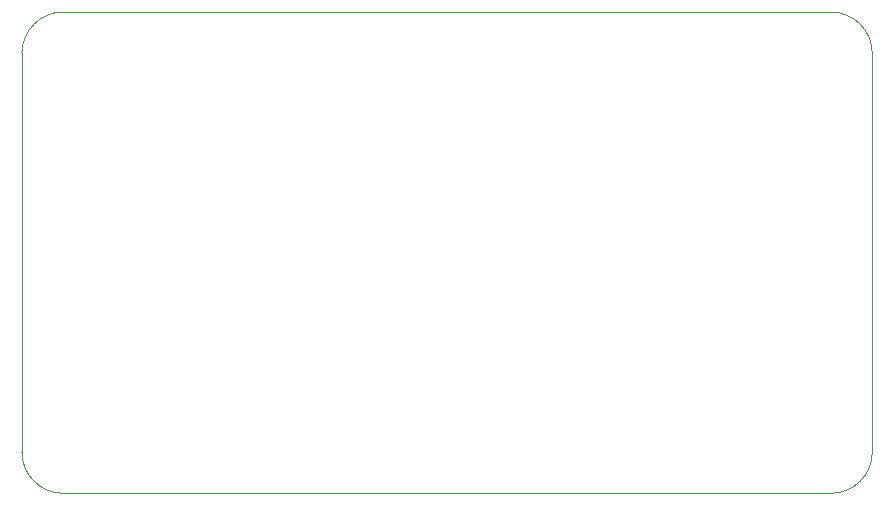
<source format=gbr>
%TF.GenerationSoftware,KiCad,Pcbnew,8.0.2*%
%TF.CreationDate,2024-05-15T15:04:27-04:00*%
%TF.ProjectId,stargazer,73746172-6761-47a6-9572-2e6b69636164,rev?*%
%TF.SameCoordinates,Original*%
%TF.FileFunction,Profile,NP*%
%FSLAX46Y46*%
G04 Gerber Fmt 4.6, Leading zero omitted, Abs format (unit mm)*
G04 Created by KiCad (PCBNEW 8.0.2) date 2024-05-15 15:04:27*
%MOMM*%
%LPD*%
G01*
G04 APERTURE LIST*
%TA.AperFunction,Profile*%
%ADD10C,0.100000*%
%TD*%
G04 APERTURE END LIST*
D10*
X112510000Y-74300000D02*
X177510000Y-74300000D01*
X112510000Y-115050000D02*
G75*
G02*
X109010000Y-111550000I0J3500000D01*
G01*
X177510000Y-74300000D02*
G75*
G02*
X181010000Y-77800000I0J-3500000D01*
G01*
X181010000Y-111550000D02*
G75*
G02*
X177510000Y-115050000I-3500000J0D01*
G01*
X181010000Y-77800000D02*
X181010000Y-111550000D01*
X109010000Y-111550000D02*
X109010000Y-77800000D01*
X177510000Y-115050000D02*
X112510000Y-115050000D01*
X109010000Y-77800000D02*
G75*
G02*
X112510000Y-74300000I3500000J0D01*
G01*
M02*

</source>
